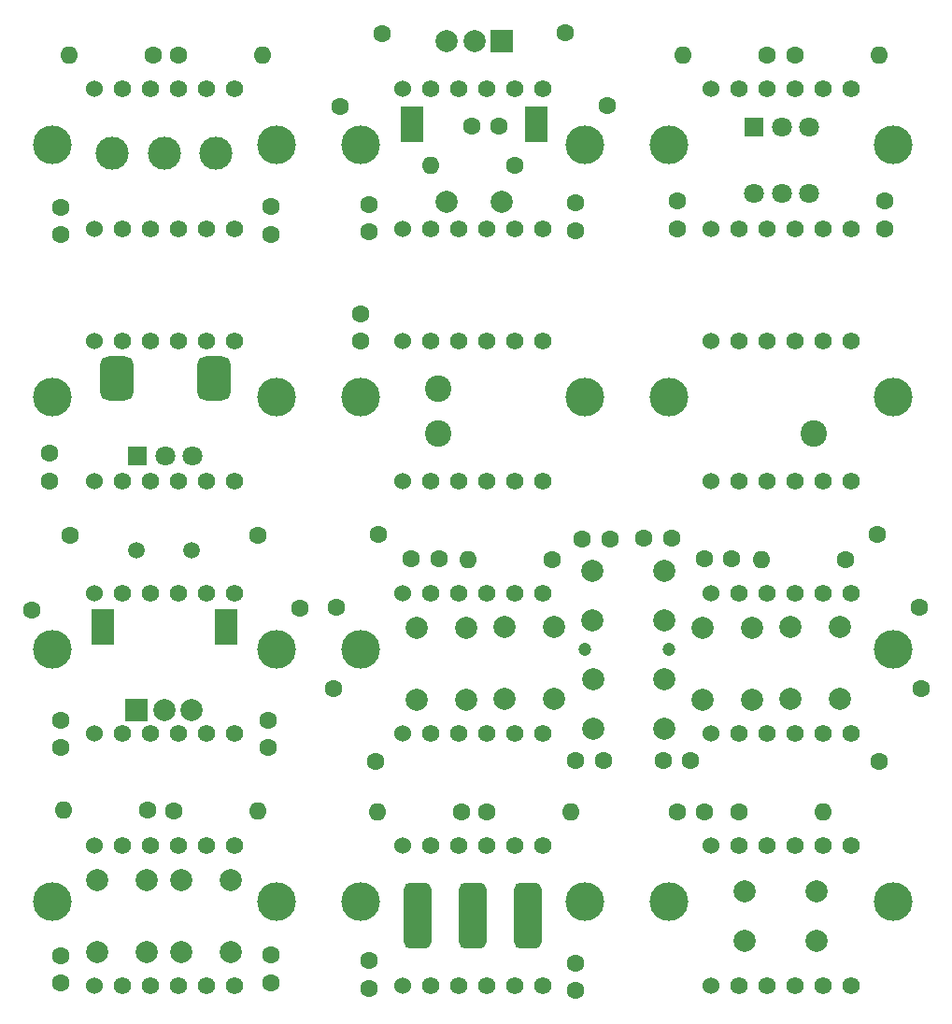
<source format=gbr>
%TF.GenerationSoftware,KiCad,Pcbnew,(6.0.11)*%
%TF.CreationDate,2023-02-21T14:08:12-06:00*%
%TF.ProjectId,HIDControls,48494443-6f6e-4747-926f-6c732e6b6963,rev?*%
%TF.SameCoordinates,Original*%
%TF.FileFunction,Soldermask,Top*%
%TF.FilePolarity,Negative*%
%FSLAX46Y46*%
G04 Gerber Fmt 4.6, Leading zero omitted, Abs format (unit mm)*
G04 Created by KiCad (PCBNEW (6.0.11)) date 2023-02-21 14:08:12*
%MOMM*%
%LPD*%
G01*
G04 APERTURE LIST*
G04 Aperture macros list*
%AMRoundRect*
0 Rectangle with rounded corners*
0 $1 Rounding radius*
0 $2 $3 $4 $5 $6 $7 $8 $9 X,Y pos of 4 corners*
0 Add a 4 corners polygon primitive as box body*
4,1,4,$2,$3,$4,$5,$6,$7,$8,$9,$2,$3,0*
0 Add four circle primitives for the rounded corners*
1,1,$1+$1,$2,$3*
1,1,$1+$1,$4,$5*
1,1,$1+$1,$6,$7*
1,1,$1+$1,$8,$9*
0 Add four rect primitives between the rounded corners*
20,1,$1+$1,$2,$3,$4,$5,0*
20,1,$1+$1,$4,$5,$6,$7,0*
20,1,$1+$1,$6,$7,$8,$9,0*
20,1,$1+$1,$8,$9,$2,$3,0*%
%AMHorizOval*
0 Thick line with rounded ends*
0 $1 width*
0 $2 $3 position (X,Y) of the first rounded end (center of the circle)*
0 $4 $5 position (X,Y) of the second rounded end (center of the circle)*
0 Add line between two ends*
20,1,$1,$2,$3,$4,$5,0*
0 Add two circle primitives to create the rounded ends*
1,1,$1,$2,$3*
1,1,$1,$4,$5*%
G04 Aperture macros list end*
%ADD10C,2.000000*%
%ADD11C,3.500000*%
%ADD12C,1.560000*%
%ADD13C,1.524000*%
%ADD14R,2.000000X2.000000*%
%ADD15R,2.000000X3.200000*%
%ADD16C,1.200000*%
%ADD17C,3.000000*%
%ADD18R,1.800000X1.800000*%
%ADD19C,1.800000*%
%ADD20C,2.400000*%
%ADD21RoundRect,0.625000X-0.625000X-2.375000X0.625000X-2.375000X0.625000X2.375000X-0.625000X2.375000X0*%
%ADD22C,1.500000*%
%ADD23RoundRect,0.750000X0.750000X-1.250000X0.750000X1.250000X-0.750000X1.250000X-0.750000X-1.250000X0*%
%ADD24C,1.600000*%
%ADD25O,1.600000X1.600000*%
%ADD26HorizOval,1.600000X0.000000X0.000000X0.000000X0.000000X0*%
%ADD27HorizOval,1.600000X0.000000X0.000000X0.000000X0.000000X0*%
%ADD28HorizOval,1.600000X0.000000X0.000000X0.000000X0.000000X0*%
%ADD29HorizOval,1.600000X0.000000X0.000000X0.000000X0.000000X0*%
%ADD30HorizOval,1.600000X0.000000X0.000000X0.000000X0.000000X0*%
G04 APERTURE END LIST*
D10*
%TO.C,SW10*%
X148209000Y-107823000D03*
X141709000Y-107823000D03*
X141709000Y-103323000D03*
X148209000Y-103323000D03*
%TD*%
%TO.C,SW9*%
X141732000Y-113157000D03*
X148232000Y-113157000D03*
X141732000Y-117657000D03*
X148232000Y-117657000D03*
%TD*%
D11*
%TO.C,M2*%
X92710000Y-110490000D03*
X113030000Y-110490000D03*
D12*
X99060000Y-118110000D03*
X101600000Y-118110000D03*
X104140000Y-118110000D03*
X106680000Y-118110000D03*
X109220000Y-118110000D03*
X101600000Y-105410000D03*
X99060000Y-105410000D03*
X104140000Y-105410000D03*
X106680000Y-105410000D03*
X109220000Y-105410000D03*
D13*
X96520000Y-105410000D03*
X96520000Y-118110000D03*
%TD*%
D14*
%TO.C,SW5*%
X133470000Y-55390000D03*
D10*
X128470000Y-55390000D03*
X130970000Y-55390000D03*
D15*
X125370000Y-62890000D03*
X136570000Y-62890000D03*
D10*
X128470000Y-69890000D03*
X133470000Y-69890000D03*
%TD*%
D11*
%TO.C,M12*%
X113030000Y-64770000D03*
X92710000Y-64770000D03*
D12*
X99060000Y-72390000D03*
X101600000Y-72390000D03*
X104140000Y-72390000D03*
X109220000Y-72390000D03*
X106680000Y-72390000D03*
X101600000Y-59690000D03*
X99060000Y-59690000D03*
X104140000Y-59690000D03*
X106680000Y-59690000D03*
X109220000Y-59690000D03*
D13*
X96520000Y-59690000D03*
X96520000Y-72390000D03*
%TD*%
D10*
%TO.C,SW2*%
X96810000Y-131370000D03*
X96810000Y-137870000D03*
X101310000Y-131370000D03*
X101310000Y-137870000D03*
%TD*%
D16*
%TO.C,M10*%
X148590000Y-110490000D03*
D11*
X168910000Y-110490000D03*
D12*
X154940000Y-118110000D03*
X157480000Y-118110000D03*
X160020000Y-118110000D03*
X165100000Y-118110000D03*
X162560000Y-118110000D03*
X157480000Y-105410000D03*
X154940000Y-105410000D03*
X160020000Y-105410000D03*
X162560000Y-105410000D03*
X165100000Y-105410000D03*
D13*
X152400000Y-105410000D03*
X152400000Y-118110000D03*
%TD*%
D10*
%TO.C,SW1*%
X108930000Y-131370000D03*
X108930000Y-137870000D03*
X104430000Y-131370000D03*
X104430000Y-137870000D03*
%TD*%
%TO.C,SW11*%
X151638000Y-108562000D03*
X151638000Y-115062000D03*
X156138000Y-108562000D03*
X156138000Y-115062000D03*
%TD*%
D11*
%TO.C,M7*%
X120650000Y-133350000D03*
X140970000Y-133350000D03*
D12*
X127000000Y-140970000D03*
X129540000Y-140970000D03*
X132080000Y-140970000D03*
X137160000Y-140970000D03*
X134620000Y-140970000D03*
X129540000Y-128270000D03*
X127000000Y-128270000D03*
X132080000Y-128270000D03*
X134620000Y-128270000D03*
X137160000Y-128270000D03*
D13*
X124460000Y-128270000D03*
X124460000Y-140970000D03*
%TD*%
D17*
%TO.C,SW4*%
X98170000Y-65532000D03*
X102870000Y-65532000D03*
X107570000Y-65532000D03*
%TD*%
D11*
%TO.C,M4*%
X140970000Y-64770000D03*
X120650000Y-64770000D03*
D12*
X127000000Y-72390000D03*
X129540000Y-72390000D03*
X132080000Y-72390000D03*
X134620000Y-72390000D03*
X137160000Y-72390000D03*
X127000000Y-59690000D03*
X129540000Y-59690000D03*
X132080000Y-59690000D03*
X137160000Y-59690000D03*
X134620000Y-59690000D03*
D13*
X124460000Y-59690000D03*
X124460000Y-72390000D03*
%TD*%
D11*
%TO.C,M8*%
X148590000Y-64770000D03*
X168910000Y-64770000D03*
D12*
X157480000Y-72390000D03*
X154940000Y-72390000D03*
X160020000Y-72390000D03*
X165100000Y-72390000D03*
X162560000Y-72390000D03*
X157480000Y-59690000D03*
X154940000Y-59690000D03*
X160020000Y-59690000D03*
X165100000Y-59690000D03*
X162560000Y-59690000D03*
D13*
X152400000Y-59690000D03*
X152400000Y-72390000D03*
%TD*%
D11*
%TO.C,M6*%
X120650000Y-110490000D03*
D16*
X140970000Y-110490000D03*
D12*
X129540000Y-118110000D03*
X127000000Y-118110000D03*
X132080000Y-118110000D03*
X134620000Y-118110000D03*
X137160000Y-118110000D03*
X127000000Y-105410000D03*
X129540000Y-105410000D03*
X132080000Y-105410000D03*
X134620000Y-105410000D03*
X137160000Y-105410000D03*
D13*
X124460000Y-105410000D03*
X124460000Y-118110000D03*
%TD*%
D10*
%TO.C,SW8*%
X155500000Y-136864000D03*
X162000000Y-136864000D03*
X162000000Y-132364000D03*
X155500000Y-132364000D03*
%TD*%
D11*
%TO.C,M11*%
X148590000Y-133344000D03*
X168910000Y-133344000D03*
D12*
X157480000Y-140964000D03*
X154940000Y-140964000D03*
X160020000Y-140964000D03*
X162560000Y-140964000D03*
X165100000Y-140964000D03*
X157480000Y-128264000D03*
X154940000Y-128264000D03*
X160020000Y-128264000D03*
X165100000Y-128264000D03*
X162560000Y-128264000D03*
D13*
X152400000Y-128264000D03*
X152400000Y-140964000D03*
%TD*%
D18*
%TO.C,SW6*%
X156327500Y-63117500D03*
D19*
X158827500Y-63117500D03*
X161327500Y-63117500D03*
X156327500Y-69117500D03*
X158827500Y-69117500D03*
X161327500Y-69117500D03*
%TD*%
D11*
%TO.C,M3*%
X113030000Y-133350000D03*
X92710000Y-133350000D03*
D12*
X101600000Y-140970000D03*
X99060000Y-140970000D03*
X104140000Y-140970000D03*
X109220000Y-140970000D03*
X106680000Y-140970000D03*
X99060000Y-128270000D03*
X101600000Y-128270000D03*
X104140000Y-128270000D03*
X106680000Y-128270000D03*
X109220000Y-128270000D03*
D13*
X96520000Y-128270000D03*
X96520000Y-140970000D03*
%TD*%
D11*
%TO.C,M9*%
X148590000Y-87630000D03*
X168910000Y-87630000D03*
D12*
X157480000Y-95250000D03*
X154940000Y-95250000D03*
X160020000Y-95250000D03*
X162560000Y-95250000D03*
X165100000Y-95250000D03*
X154940000Y-82550000D03*
X157480000Y-82550000D03*
X160020000Y-82550000D03*
X165100000Y-82550000D03*
X162560000Y-82550000D03*
D13*
X152400000Y-82550000D03*
X152400000Y-95250000D03*
%TD*%
D11*
%TO.C,M1*%
X92710000Y-87630000D03*
X113030000Y-87630000D03*
D12*
X101600000Y-95250000D03*
X99060000Y-95250000D03*
X104140000Y-95250000D03*
X109220000Y-95250000D03*
X106680000Y-95250000D03*
X101600000Y-82550000D03*
X99060000Y-82550000D03*
X104140000Y-82550000D03*
X106680000Y-82550000D03*
X109220000Y-82550000D03*
D13*
X96520000Y-82550000D03*
X96520000Y-95250000D03*
%TD*%
D20*
%TO.C,RV2*%
X161740000Y-90870000D03*
X127740000Y-86870000D03*
X127740000Y-90870000D03*
%TD*%
D21*
%TO.C,SW7*%
X125810000Y-134620000D03*
X130810000Y-134620000D03*
X135810000Y-134620000D03*
%TD*%
D10*
%TO.C,SW13*%
X164084000Y-114958000D03*
X164084000Y-108458000D03*
X159584000Y-108458000D03*
X159584000Y-114958000D03*
%TD*%
D22*
%TO.C,SW3*%
X100370000Y-101462000D03*
X105370000Y-101462000D03*
D14*
X100370000Y-115962000D03*
D10*
X105370000Y-115962000D03*
X102870000Y-115962000D03*
D15*
X97270000Y-108462000D03*
X108470000Y-108462000D03*
%TD*%
D10*
%TO.C,SW14*%
X125766000Y-115010000D03*
X125766000Y-108510000D03*
X130266000Y-115010000D03*
X130266000Y-108510000D03*
%TD*%
%TO.C,SW12*%
X138176000Y-108458000D03*
X138176000Y-114958000D03*
X133676000Y-114958000D03*
X133676000Y-108458000D03*
%TD*%
D18*
%TO.C,RV1*%
X100450000Y-92930000D03*
D19*
X102950000Y-92930000D03*
X105450000Y-92930000D03*
D23*
X107350000Y-85930000D03*
X98550000Y-85930000D03*
%TD*%
D11*
%TO.C,M5*%
X140970000Y-87630000D03*
X120650000Y-87630000D03*
D12*
X129540000Y-95250000D03*
X127000000Y-95250000D03*
X132080000Y-95250000D03*
X137160000Y-95250000D03*
X134620000Y-95250000D03*
X129540000Y-82550000D03*
X127000000Y-82550000D03*
X132080000Y-82550000D03*
X134620000Y-82550000D03*
X137160000Y-82550000D03*
D13*
X124460000Y-82550000D03*
X124460000Y-95250000D03*
%TD*%
D24*
%TO.C,C16*%
X121450000Y-72630000D03*
X121450000Y-70130000D03*
%TD*%
%TO.C,R10*%
X157480000Y-56642000D03*
D25*
X149860000Y-56642000D03*
%TD*%
D24*
%TO.C,R1*%
X103759000Y-125095000D03*
D25*
X111379000Y-125095000D03*
%TD*%
D24*
%TO.C,C18*%
X127762000Y-102235000D03*
X125262000Y-102235000D03*
%TD*%
%TO.C,R17*%
X167640000Y-120650000D03*
D26*
X171450000Y-114050886D03*
%TD*%
D24*
%TO.C,R6*%
X104140000Y-56642000D03*
D25*
X111760000Y-56642000D03*
%TD*%
D24*
%TO.C,R12*%
X129794000Y-125222000D03*
D25*
X122174000Y-125222000D03*
%TD*%
D24*
%TO.C,R15*%
X171323000Y-106677557D03*
D27*
X167513000Y-100078443D03*
%TD*%
D24*
%TO.C,C15*%
X140120000Y-72530000D03*
X140120000Y-70030000D03*
%TD*%
%TO.C,C9*%
X149372000Y-125222000D03*
X151872000Y-125222000D03*
%TD*%
%TO.C,C12*%
X133210000Y-63040000D03*
X130710000Y-63040000D03*
%TD*%
%TO.C,R18*%
X118237000Y-114048444D03*
D28*
X122047000Y-120647558D03*
%TD*%
D24*
%TO.C,R2*%
X101330000Y-125070000D03*
D25*
X93710000Y-125070000D03*
%TD*%
D24*
%TO.C,R4*%
X90850000Y-106920000D03*
D29*
X94368524Y-100160977D03*
%TD*%
D24*
%TO.C,R9*%
X139200000Y-54580000D03*
D28*
X143010000Y-61179114D03*
%TD*%
D24*
%TO.C,R16*%
X118491000Y-106677557D03*
D26*
X122301000Y-100078443D03*
%TD*%
D24*
%TO.C,C3*%
X93472000Y-72898000D03*
X93472000Y-70398000D03*
%TD*%
%TO.C,R8*%
X134680000Y-66610000D03*
D25*
X127060000Y-66610000D03*
%TD*%
D24*
%TO.C,C4*%
X112522000Y-72878000D03*
X112522000Y-70378000D03*
%TD*%
%TO.C,C20*%
X140157200Y-120523000D03*
X142657200Y-120523000D03*
%TD*%
%TO.C,C1*%
X92456000Y-92710000D03*
X92456000Y-95210000D03*
%TD*%
%TO.C,C22*%
X140750000Y-100460000D03*
X143250000Y-100460000D03*
%TD*%
%TO.C,C13*%
X140110000Y-141410000D03*
X140110000Y-138910000D03*
%TD*%
%TO.C,C5*%
X112522000Y-138196000D03*
X112522000Y-140696000D03*
%TD*%
%TO.C,R13*%
X132080000Y-125222000D03*
D25*
X139700000Y-125222000D03*
%TD*%
D24*
%TO.C,C11*%
X93472000Y-119380000D03*
X93472000Y-116880000D03*
%TD*%
%TO.C,C7*%
X168148000Y-72370000D03*
X168148000Y-69870000D03*
%TD*%
%TO.C,C17*%
X154305000Y-102235000D03*
X151805000Y-102235000D03*
%TD*%
%TO.C,C21*%
X148860000Y-100400000D03*
X146360000Y-100400000D03*
%TD*%
%TO.C,R7*%
X122610000Y-54640000D03*
D30*
X118800000Y-61239114D03*
%TD*%
D24*
%TO.C,C19*%
X150596600Y-120548400D03*
X148096600Y-120548400D03*
%TD*%
%TO.C,R20*%
X138049000Y-102362000D03*
D25*
X130429000Y-102362000D03*
%TD*%
D24*
%TO.C,C8*%
X149352000Y-72370000D03*
X149352000Y-69870000D03*
%TD*%
%TO.C,C14*%
X121412000Y-141204000D03*
X121412000Y-138704000D03*
%TD*%
%TO.C,C6*%
X93472000Y-138216000D03*
X93472000Y-140716000D03*
%TD*%
%TO.C,C10*%
X112268000Y-119380000D03*
X112268000Y-116880000D03*
%TD*%
%TO.C,C2*%
X120640000Y-80050000D03*
X120640000Y-82550000D03*
%TD*%
%TO.C,R19*%
X164592000Y-102362000D03*
D25*
X156972000Y-102362000D03*
%TD*%
D24*
%TO.C,R5*%
X101854000Y-56642000D03*
D25*
X94234000Y-56642000D03*
%TD*%
D24*
%TO.C,R3*%
X115140000Y-106740000D03*
D27*
X111330000Y-100140886D03*
%TD*%
D24*
%TO.C,R11*%
X160020000Y-56642000D03*
D25*
X167640000Y-56642000D03*
%TD*%
D24*
%TO.C,R14*%
X154940000Y-125222000D03*
D25*
X162560000Y-125222000D03*
%TD*%
M02*

</source>
